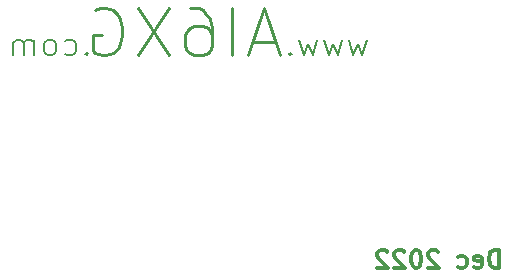
<source format=gbr>
%TF.GenerationSoftware,KiCad,Pcbnew,(6.0.7)*%
%TF.CreationDate,2022-12-07T12:16:08-08:00*%
%TF.ProjectId,TR interface,54522069-6e74-4657-9266-6163652e6b69,rev?*%
%TF.SameCoordinates,Original*%
%TF.FileFunction,Legend,Bot*%
%TF.FilePolarity,Positive*%
%FSLAX46Y46*%
G04 Gerber Fmt 4.6, Leading zero omitted, Abs format (unit mm)*
G04 Created by KiCad (PCBNEW (6.0.7)) date 2022-12-07 12:16:08*
%MOMM*%
%LPD*%
G01*
G04 APERTURE LIST*
%ADD10C,0.300000*%
%ADD11C,0.250000*%
%ADD12C,0.200000*%
G04 APERTURE END LIST*
D10*
X104657142Y-85528571D02*
X104657142Y-84028571D01*
X104300000Y-84028571D01*
X104085714Y-84100000D01*
X103942857Y-84242857D01*
X103871428Y-84385714D01*
X103800000Y-84671428D01*
X103800000Y-84885714D01*
X103871428Y-85171428D01*
X103942857Y-85314285D01*
X104085714Y-85457142D01*
X104300000Y-85528571D01*
X104657142Y-85528571D01*
X102585714Y-85457142D02*
X102728571Y-85528571D01*
X103014285Y-85528571D01*
X103157142Y-85457142D01*
X103228571Y-85314285D01*
X103228571Y-84742857D01*
X103157142Y-84600000D01*
X103014285Y-84528571D01*
X102728571Y-84528571D01*
X102585714Y-84600000D01*
X102514285Y-84742857D01*
X102514285Y-84885714D01*
X103228571Y-85028571D01*
X101228571Y-85457142D02*
X101371428Y-85528571D01*
X101657142Y-85528571D01*
X101800000Y-85457142D01*
X101871428Y-85385714D01*
X101942857Y-85242857D01*
X101942857Y-84814285D01*
X101871428Y-84671428D01*
X101800000Y-84600000D01*
X101657142Y-84528571D01*
X101371428Y-84528571D01*
X101228571Y-84600000D01*
X99514285Y-84171428D02*
X99442857Y-84100000D01*
X99300000Y-84028571D01*
X98942857Y-84028571D01*
X98800000Y-84100000D01*
X98728571Y-84171428D01*
X98657142Y-84314285D01*
X98657142Y-84457142D01*
X98728571Y-84671428D01*
X99585714Y-85528571D01*
X98657142Y-85528571D01*
X97728571Y-84028571D02*
X97585714Y-84028571D01*
X97442857Y-84100000D01*
X97371428Y-84171428D01*
X97300000Y-84314285D01*
X97228571Y-84600000D01*
X97228571Y-84957142D01*
X97300000Y-85242857D01*
X97371428Y-85385714D01*
X97442857Y-85457142D01*
X97585714Y-85528571D01*
X97728571Y-85528571D01*
X97871428Y-85457142D01*
X97942857Y-85385714D01*
X98014285Y-85242857D01*
X98085714Y-84957142D01*
X98085714Y-84600000D01*
X98014285Y-84314285D01*
X97942857Y-84171428D01*
X97871428Y-84100000D01*
X97728571Y-84028571D01*
X96657142Y-84171428D02*
X96585714Y-84100000D01*
X96442857Y-84028571D01*
X96085714Y-84028571D01*
X95942857Y-84100000D01*
X95871428Y-84171428D01*
X95800000Y-84314285D01*
X95800000Y-84457142D01*
X95871428Y-84671428D01*
X96728571Y-85528571D01*
X95800000Y-85528571D01*
X95228571Y-84171428D02*
X95157142Y-84100000D01*
X95014285Y-84028571D01*
X94657142Y-84028571D01*
X94514285Y-84100000D01*
X94442857Y-84171428D01*
X94371428Y-84314285D01*
X94371428Y-84457142D01*
X94442857Y-84671428D01*
X95300000Y-85528571D01*
X94371428Y-85528571D01*
D11*
X85714285Y-66416666D02*
X83809523Y-66416666D01*
X86095238Y-67559523D02*
X84761904Y-63559523D01*
X83428571Y-67559523D01*
X82095238Y-67559523D02*
X82095238Y-63559523D01*
X78476190Y-63559523D02*
X79238095Y-63559523D01*
X79619047Y-63750000D01*
X79809523Y-63940476D01*
X80190476Y-64511904D01*
X80380952Y-65273809D01*
X80380952Y-66797619D01*
X80190476Y-67178571D01*
X80000000Y-67369047D01*
X79619047Y-67559523D01*
X78857142Y-67559523D01*
X78476190Y-67369047D01*
X78285714Y-67178571D01*
X78095238Y-66797619D01*
X78095238Y-65845238D01*
X78285714Y-65464285D01*
X78476190Y-65273809D01*
X78857142Y-65083333D01*
X79619047Y-65083333D01*
X80000000Y-65273809D01*
X80190476Y-65464285D01*
X80380952Y-65845238D01*
X76761904Y-63559523D02*
X74095238Y-67559523D01*
X74095238Y-63559523D02*
X76761904Y-67559523D01*
X70476190Y-63750000D02*
X70857142Y-63559523D01*
X71428571Y-63559523D01*
X72000000Y-63750000D01*
X72380952Y-64130952D01*
X72571428Y-64511904D01*
X72761904Y-65273809D01*
X72761904Y-65845238D01*
X72571428Y-66607142D01*
X72380952Y-66988095D01*
X72000000Y-67369047D01*
X71428571Y-67559523D01*
X71047619Y-67559523D01*
X70476190Y-67369047D01*
X70285714Y-67178571D01*
X70285714Y-65845238D01*
X71047619Y-65845238D01*
D12*
X69745238Y-67364285D02*
X69650000Y-67459523D01*
X69745238Y-67554761D01*
X69840476Y-67459523D01*
X69745238Y-67364285D01*
X69745238Y-67554761D01*
X67935714Y-67459523D02*
X68126190Y-67554761D01*
X68507142Y-67554761D01*
X68697619Y-67459523D01*
X68792857Y-67364285D01*
X68888095Y-67173809D01*
X68888095Y-66602380D01*
X68792857Y-66411904D01*
X68697619Y-66316666D01*
X68507142Y-66221428D01*
X68126190Y-66221428D01*
X67935714Y-66316666D01*
X66792857Y-67554761D02*
X66983333Y-67459523D01*
X67078571Y-67364285D01*
X67173809Y-67173809D01*
X67173809Y-66602380D01*
X67078571Y-66411904D01*
X66983333Y-66316666D01*
X66792857Y-66221428D01*
X66507142Y-66221428D01*
X66316666Y-66316666D01*
X66221428Y-66411904D01*
X66126190Y-66602380D01*
X66126190Y-67173809D01*
X66221428Y-67364285D01*
X66316666Y-67459523D01*
X66507142Y-67554761D01*
X66792857Y-67554761D01*
X65269047Y-67554761D02*
X65269047Y-66221428D01*
X65269047Y-66411904D02*
X65173809Y-66316666D01*
X64983333Y-66221428D01*
X64697619Y-66221428D01*
X64507142Y-66316666D01*
X64411904Y-66507142D01*
X64411904Y-67554761D01*
X64411904Y-66507142D02*
X64316666Y-66316666D01*
X64126190Y-66221428D01*
X63840476Y-66221428D01*
X63650000Y-66316666D01*
X63554761Y-66507142D01*
X63554761Y-67554761D01*
X93483333Y-66221428D02*
X93102380Y-67554761D01*
X92721428Y-66602380D01*
X92340476Y-67554761D01*
X91959523Y-66221428D01*
X91388095Y-66221428D02*
X91007142Y-67554761D01*
X90626190Y-66602380D01*
X90245238Y-67554761D01*
X89864285Y-66221428D01*
X89292857Y-66221428D02*
X88911904Y-67554761D01*
X88530952Y-66602380D01*
X88150000Y-67554761D01*
X87769047Y-66221428D01*
X87007142Y-67364285D02*
X86911904Y-67459523D01*
X87007142Y-67554761D01*
X87102380Y-67459523D01*
X87007142Y-67364285D01*
X87007142Y-67554761D01*
M02*

</source>
